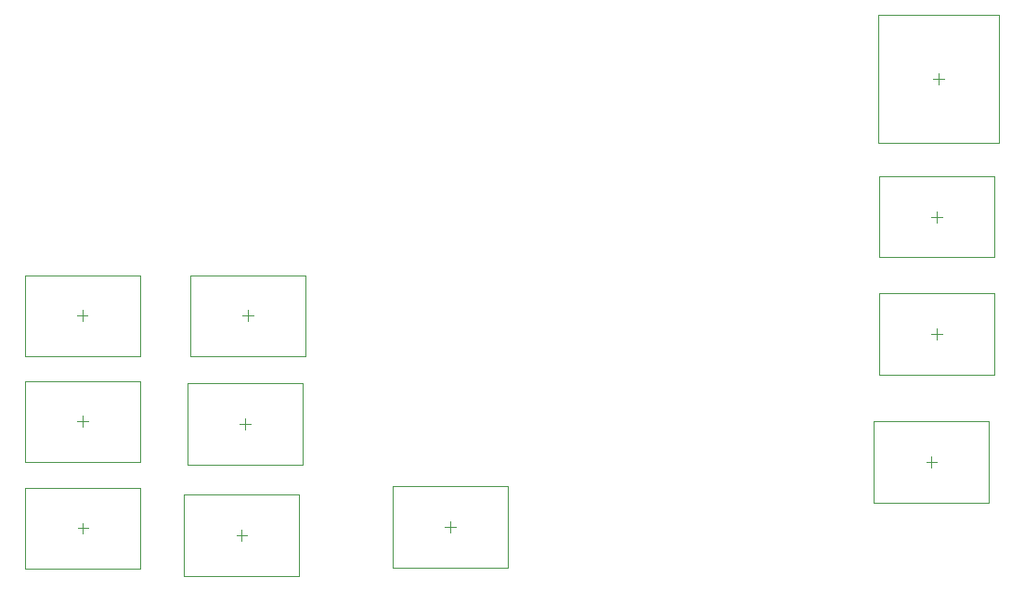
<source format=gbr>
%TF.GenerationSoftware,Altium Limited,Altium Designer,20.1.7 (139)*%
G04 Layer_Color=32768*
%FSLAX44Y44*%
%MOMM*%
%TF.SameCoordinates,E03824B4-CBBF-40F0-B96A-956E77447FB1*%
%TF.FilePolarity,Positive*%
%TF.FileFunction,Other,Top_Courtyard*%
%TF.Part,Single*%
G01*
G75*
%TA.AperFunction,NonConductor*%
%ADD55C,0.1000*%
%ADD56C,0.0500*%
D55*
X1395500Y868500D02*
X1405500D01*
X1400500Y863500D02*
Y873500D01*
X1395850Y639750D02*
Y649750D01*
X1390850Y644750D02*
X1400850D01*
X769500Y674500D02*
Y684500D01*
X764500Y679500D02*
X774500D01*
X766750Y573000D02*
Y583000D01*
X761750Y578000D02*
X771750D01*
X1395500Y761500D02*
X1405500D01*
X1400500Y756500D02*
Y766500D01*
X616250Y778250D02*
X626250D01*
X621250Y773250D02*
Y783250D01*
X1402500Y989500D02*
Y999500D01*
X1397500Y994500D02*
X1407500D01*
X617000Y584250D02*
X627000D01*
X622000Y579250D02*
Y589250D01*
X616550Y681750D02*
X626550D01*
X621550Y676750D02*
Y686750D01*
X956750Y580500D02*
Y590500D01*
X951750Y585500D02*
X961750D01*
X767250Y778250D02*
X777250D01*
X772250Y773250D02*
Y783250D01*
D56*
X1453000Y831500D02*
Y905500D01*
X1348000Y831500D02*
Y905500D01*
X1453000D01*
X1348000Y831500D02*
X1453000D01*
X1343350Y607750D02*
X1448350D01*
X1343350Y681750D02*
X1448350D01*
X1343350Y607750D02*
Y681750D01*
X1448350Y607750D02*
Y681750D01*
X717000Y642500D02*
X822000D01*
X717000Y716500D02*
X822000D01*
X717000Y642500D02*
Y716500D01*
X822000Y642500D02*
Y716500D01*
X714250Y541000D02*
X819250D01*
X714250Y615000D02*
X819250D01*
X714250Y541000D02*
Y615000D01*
X819250Y541000D02*
Y615000D01*
X1453000Y724500D02*
Y798500D01*
X1348000Y724500D02*
Y798500D01*
X1453000D01*
X1348000Y724500D02*
X1453000D01*
X673750Y741250D02*
Y815250D01*
X568750Y741250D02*
Y815250D01*
X673750D01*
X568750Y741250D02*
X673750D01*
X1347500Y935750D02*
X1457500D01*
X1347500Y1053250D02*
X1457500D01*
X1347500Y935750D02*
Y1053250D01*
X1457500Y935750D02*
Y1053250D01*
X674500Y547250D02*
Y621250D01*
X569500Y547250D02*
Y621250D01*
X674500D01*
X569500Y547250D02*
X674500D01*
X674050Y644750D02*
Y718750D01*
X569050Y644750D02*
Y718750D01*
X674050D01*
X569050Y644750D02*
X674050D01*
X904250Y548500D02*
X1009250D01*
X904250Y622500D02*
X1009250D01*
X904250Y548500D02*
Y622500D01*
X1009250Y548500D02*
Y622500D01*
X824750Y741250D02*
Y815250D01*
X719750Y741250D02*
Y815250D01*
X824750D01*
X719750Y741250D02*
X824750D01*
%TF.MD5,da6f57f08df7f8aefa9d6cace275d764*%
M02*

</source>
